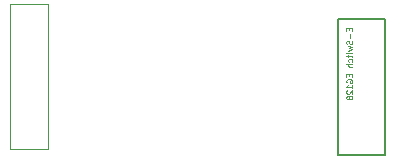
<source format=gbr>
G04 #@! TF.FileFunction,Other,User*
%FSLAX46Y46*%
G04 Gerber Fmt 4.6, Leading zero omitted, Abs format (unit mm)*
G04 Created by KiCad (PCBNEW 4.0.7) date 09/19/18 15:31:54*
%MOMM*%
%LPD*%
G01*
G04 APERTURE LIST*
%ADD10C,0.100000*%
%ADD11C,0.050000*%
%ADD12C,0.150000*%
%ADD13C,0.125000*%
G04 APERTURE END LIST*
D10*
D11*
X74830000Y-119760000D02*
X78030000Y-119760000D01*
X78030000Y-119760000D02*
X78030000Y-132060000D01*
X78030000Y-132060000D02*
X74830000Y-132060000D01*
X74830000Y-132060000D02*
X74830000Y-119760000D01*
D12*
X102600000Y-132560000D02*
X106600000Y-132560000D01*
X102600000Y-121060000D02*
X106600000Y-121060000D01*
X106600000Y-121060000D02*
X106600000Y-132560000D01*
X102600000Y-121060000D02*
X102600000Y-132560000D01*
D13*
X103564286Y-121810002D02*
X103564286Y-121976668D01*
X103826190Y-122048097D02*
X103826190Y-121810002D01*
X103326190Y-121810002D01*
X103326190Y-122048097D01*
X103635714Y-122262383D02*
X103635714Y-122643335D01*
X103802381Y-122857621D02*
X103826190Y-122929050D01*
X103826190Y-123048097D01*
X103802381Y-123095716D01*
X103778571Y-123119526D01*
X103730952Y-123143335D01*
X103683333Y-123143335D01*
X103635714Y-123119526D01*
X103611905Y-123095716D01*
X103588095Y-123048097D01*
X103564286Y-122952859D01*
X103540476Y-122905240D01*
X103516667Y-122881431D01*
X103469048Y-122857621D01*
X103421429Y-122857621D01*
X103373810Y-122881431D01*
X103350000Y-122905240D01*
X103326190Y-122952859D01*
X103326190Y-123071907D01*
X103350000Y-123143335D01*
X103492857Y-123310002D02*
X103826190Y-123405240D01*
X103588095Y-123500478D01*
X103826190Y-123595716D01*
X103492857Y-123690954D01*
X103826190Y-123881431D02*
X103492857Y-123881431D01*
X103326190Y-123881431D02*
X103350000Y-123857621D01*
X103373810Y-123881431D01*
X103350000Y-123905240D01*
X103326190Y-123881431D01*
X103373810Y-123881431D01*
X103492857Y-124048097D02*
X103492857Y-124238573D01*
X103326190Y-124119526D02*
X103754762Y-124119526D01*
X103802381Y-124143335D01*
X103826190Y-124190954D01*
X103826190Y-124238573D01*
X103802381Y-124619525D02*
X103826190Y-124571906D01*
X103826190Y-124476668D01*
X103802381Y-124429049D01*
X103778571Y-124405240D01*
X103730952Y-124381430D01*
X103588095Y-124381430D01*
X103540476Y-124405240D01*
X103516667Y-124429049D01*
X103492857Y-124476668D01*
X103492857Y-124571906D01*
X103516667Y-124619525D01*
X103826190Y-124833811D02*
X103326190Y-124833811D01*
X103826190Y-125048096D02*
X103564286Y-125048096D01*
X103516667Y-125024287D01*
X103492857Y-124976668D01*
X103492857Y-124905239D01*
X103516667Y-124857620D01*
X103540476Y-124833811D01*
X103564286Y-125667144D02*
X103564286Y-125833810D01*
X103826190Y-125905239D02*
X103826190Y-125667144D01*
X103326190Y-125667144D01*
X103326190Y-125905239D01*
X103350000Y-126381429D02*
X103326190Y-126333810D01*
X103326190Y-126262382D01*
X103350000Y-126190953D01*
X103397619Y-126143334D01*
X103445238Y-126119525D01*
X103540476Y-126095715D01*
X103611905Y-126095715D01*
X103707143Y-126119525D01*
X103754762Y-126143334D01*
X103802381Y-126190953D01*
X103826190Y-126262382D01*
X103826190Y-126310001D01*
X103802381Y-126381429D01*
X103778571Y-126405239D01*
X103611905Y-126405239D01*
X103611905Y-126310001D01*
X103826190Y-126881429D02*
X103826190Y-126595715D01*
X103826190Y-126738572D02*
X103326190Y-126738572D01*
X103397619Y-126690953D01*
X103445238Y-126643334D01*
X103469048Y-126595715D01*
X103373810Y-127071905D02*
X103350000Y-127095715D01*
X103326190Y-127143334D01*
X103326190Y-127262381D01*
X103350000Y-127310000D01*
X103373810Y-127333810D01*
X103421429Y-127357619D01*
X103469048Y-127357619D01*
X103540476Y-127333810D01*
X103826190Y-127048096D01*
X103826190Y-127357619D01*
X103540476Y-127643333D02*
X103516667Y-127595714D01*
X103492857Y-127571905D01*
X103445238Y-127548095D01*
X103421429Y-127548095D01*
X103373810Y-127571905D01*
X103350000Y-127595714D01*
X103326190Y-127643333D01*
X103326190Y-127738571D01*
X103350000Y-127786190D01*
X103373810Y-127810000D01*
X103421429Y-127833809D01*
X103445238Y-127833809D01*
X103492857Y-127810000D01*
X103516667Y-127786190D01*
X103540476Y-127738571D01*
X103540476Y-127643333D01*
X103564286Y-127595714D01*
X103588095Y-127571905D01*
X103635714Y-127548095D01*
X103730952Y-127548095D01*
X103778571Y-127571905D01*
X103802381Y-127595714D01*
X103826190Y-127643333D01*
X103826190Y-127738571D01*
X103802381Y-127786190D01*
X103778571Y-127810000D01*
X103730952Y-127833809D01*
X103635714Y-127833809D01*
X103588095Y-127810000D01*
X103564286Y-127786190D01*
X103540476Y-127738571D01*
M02*

</source>
